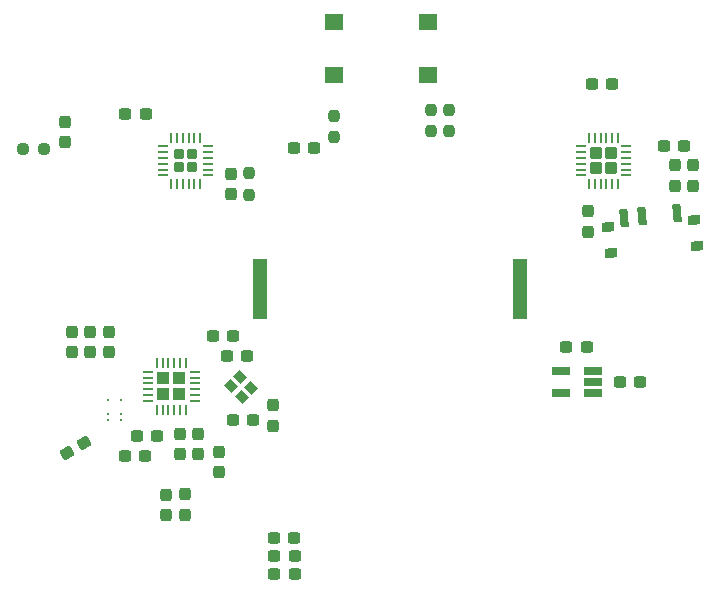
<source format=gbr>
%TF.GenerationSoftware,KiCad,Pcbnew,7.0.7*%
%TF.CreationDate,2023-12-19T22:40:54+02:00*%
%TF.ProjectId,snowflake,736e6f77-666c-4616-9b65-2e6b69636164,rev?*%
%TF.SameCoordinates,Original*%
%TF.FileFunction,Paste,Bot*%
%TF.FilePolarity,Positive*%
%FSLAX46Y46*%
G04 Gerber Fmt 4.6, Leading zero omitted, Abs format (unit mm)*
G04 Created by KiCad (PCBNEW 7.0.7) date 2023-12-19 22:40:54*
%MOMM*%
%LPD*%
G01*
G04 APERTURE LIST*
G04 Aperture macros list*
%AMRoundRect*
0 Rectangle with rounded corners*
0 $1 Rounding radius*
0 $2 $3 $4 $5 $6 $7 $8 $9 X,Y pos of 4 corners*
0 Add a 4 corners polygon primitive as box body*
4,1,4,$2,$3,$4,$5,$6,$7,$8,$9,$2,$3,0*
0 Add four circle primitives for the rounded corners*
1,1,$1+$1,$2,$3*
1,1,$1+$1,$4,$5*
1,1,$1+$1,$6,$7*
1,1,$1+$1,$8,$9*
0 Add four rect primitives between the rounded corners*
20,1,$1+$1,$2,$3,$4,$5,0*
20,1,$1+$1,$4,$5,$6,$7,0*
20,1,$1+$1,$6,$7,$8,$9,0*
20,1,$1+$1,$8,$9,$2,$3,0*%
%AMRotRect*
0 Rectangle, with rotation*
0 The origin of the aperture is its center*
0 $1 length*
0 $2 width*
0 $3 Rotation angle, in degrees counterclockwise*
0 Add horizontal line*
21,1,$1,$2,0,0,$3*%
G04 Aperture macros list end*
%ADD10RoundRect,0.212500X0.212500X0.212500X-0.212500X0.212500X-0.212500X-0.212500X0.212500X-0.212500X0*%
%ADD11RoundRect,0.062500X0.375000X0.062500X-0.375000X0.062500X-0.375000X-0.062500X0.375000X-0.062500X0*%
%ADD12RoundRect,0.062500X0.062500X0.375000X-0.062500X0.375000X-0.062500X-0.375000X0.062500X-0.375000X0*%
%ADD13RoundRect,0.237500X0.237500X-0.300000X0.237500X0.300000X-0.237500X0.300000X-0.237500X-0.300000X0*%
%ADD14RoundRect,0.237500X-0.237500X0.300000X-0.237500X-0.300000X0.237500X-0.300000X0.237500X0.300000X0*%
%ADD15RoundRect,0.237500X-0.237500X0.250000X-0.237500X-0.250000X0.237500X-0.250000X0.237500X0.250000X0*%
%ADD16RoundRect,0.237500X0.300000X0.237500X-0.300000X0.237500X-0.300000X-0.237500X0.300000X-0.237500X0*%
%ADD17RoundRect,0.250000X0.295000X0.295000X-0.295000X0.295000X-0.295000X-0.295000X0.295000X-0.295000X0*%
%ADD18RoundRect,0.062500X0.350000X0.062500X-0.350000X0.062500X-0.350000X-0.062500X0.350000X-0.062500X0*%
%ADD19RoundRect,0.062500X0.062500X0.350000X-0.062500X0.350000X-0.062500X-0.350000X0.062500X-0.350000X0*%
%ADD20R,1.270000X5.080000*%
%ADD21RoundRect,0.237500X-0.300000X-0.237500X0.300000X-0.237500X0.300000X0.237500X-0.300000X0.237500X0*%
%ADD22RoundRect,0.250000X0.275000X-0.275000X0.275000X0.275000X-0.275000X0.275000X-0.275000X-0.275000X0*%
%ADD23RoundRect,0.062500X0.062500X-0.375000X0.062500X0.375000X-0.062500X0.375000X-0.062500X-0.375000X0*%
%ADD24RoundRect,0.062500X0.375000X-0.062500X0.375000X0.062500X-0.375000X0.062500X-0.375000X-0.062500X0*%
%ADD25R,1.600000X1.400000*%
%ADD26RoundRect,0.237500X0.237500X-0.250000X0.237500X0.250000X-0.237500X0.250000X-0.237500X-0.250000X0*%
%ADD27RotRect,0.900000X0.800000X315.000000*%
%ADD28RoundRect,0.237500X0.237500X-0.287500X0.237500X0.287500X-0.237500X0.287500X-0.237500X-0.287500X0*%
%ADD29C,0.255000*%
%ADD30RoundRect,0.237500X0.141058X0.355681X-0.378558X0.055681X-0.141058X-0.355681X0.378558X-0.055681X0*%
%ADD31RoundRect,0.237500X-0.250000X-0.237500X0.250000X-0.237500X0.250000X0.237500X-0.250000X0.237500X0*%
%ADD32R,1.560000X0.650000*%
%ADD33RotRect,1.000000X0.800000X185.000000*%
%ADD34RotRect,0.700000X1.500000X185.000000*%
G04 APERTURE END LIST*
D10*
%TO.C,U2*%
X119825600Y-83344000D03*
X119825600Y-82294000D03*
X120875600Y-82294000D03*
X120875600Y-83344000D03*
D11*
X122288100Y-81569000D03*
X122288100Y-82069000D03*
X122288100Y-82569000D03*
X122288100Y-83069000D03*
X122288100Y-83569000D03*
X122288100Y-84069000D03*
D12*
X121600600Y-84756500D03*
X121100600Y-84756500D03*
X120600600Y-84756500D03*
X120100600Y-84756500D03*
X119600600Y-84756500D03*
X119100600Y-84756500D03*
D11*
X118413100Y-84069000D03*
X118413100Y-83569000D03*
X118413100Y-83069000D03*
X118413100Y-82569000D03*
X118413100Y-82069000D03*
X118413100Y-81569000D03*
D12*
X119100600Y-80881500D03*
X119600600Y-80881500D03*
X120100600Y-80881500D03*
X120600600Y-80881500D03*
X121100600Y-80881500D03*
X121600600Y-80881500D03*
%TD*%
D13*
%TO.C,C5*%
X163322000Y-84936500D03*
X163322000Y-83211500D03*
%TD*%
D14*
%TO.C,C11*%
X119913400Y-105918000D03*
X119913400Y-107643000D03*
%TD*%
D15*
%TO.C,R2*%
X142671800Y-78487900D03*
X142671800Y-80312900D03*
%TD*%
D13*
%TO.C,C21*%
X113842800Y-99034600D03*
X113842800Y-97309600D03*
%TD*%
D16*
%TO.C,C1*%
X158825100Y-101549200D03*
X157100100Y-101549200D03*
%TD*%
D17*
%TO.C,U1*%
X119826400Y-102605200D03*
X119826400Y-101255200D03*
X118476400Y-102605200D03*
X118476400Y-101255200D03*
D18*
X121113900Y-100680200D03*
X121113900Y-101180200D03*
X121113900Y-101680200D03*
X121113900Y-102180200D03*
X121113900Y-102680200D03*
X121113900Y-103180200D03*
D19*
X120401400Y-103892700D03*
X119901400Y-103892700D03*
X119401400Y-103892700D03*
X118901400Y-103892700D03*
X118401400Y-103892700D03*
X117901400Y-103892700D03*
D18*
X117188900Y-103180200D03*
X117188900Y-102680200D03*
X117188900Y-102180200D03*
X117188900Y-101680200D03*
X117188900Y-101180200D03*
X117188900Y-100680200D03*
D19*
X117901400Y-99967700D03*
X118401400Y-99967700D03*
X118901400Y-99967700D03*
X119401400Y-99967700D03*
X119901400Y-99967700D03*
X120401400Y-99967700D03*
%TD*%
D20*
%TO.C,BT1*%
X148639800Y-93675200D03*
X126669800Y-93675200D03*
%TD*%
D21*
%TO.C,C13*%
X122632300Y-97688400D03*
X124357300Y-97688400D03*
%TD*%
D14*
%TO.C,C6*%
X161798000Y-83212600D03*
X161798000Y-84937600D03*
%TD*%
D21*
%TO.C,C7*%
X160859300Y-81610200D03*
X162584300Y-81610200D03*
%TD*%
D22*
%TO.C,U5*%
X155087800Y-83469000D03*
X156387800Y-83469000D03*
X155087800Y-82169000D03*
X156387800Y-82169000D03*
D23*
X156987800Y-84756500D03*
X156487800Y-84756500D03*
X155987800Y-84756500D03*
X155487800Y-84756500D03*
X154987800Y-84756500D03*
X154487800Y-84756500D03*
D24*
X153800300Y-84069000D03*
X153800300Y-83569000D03*
X153800300Y-83069000D03*
X153800300Y-82569000D03*
X153800300Y-82069000D03*
X153800300Y-81569000D03*
D23*
X154487800Y-80881500D03*
X154987800Y-80881500D03*
X155487800Y-80881500D03*
X155987800Y-80881500D03*
X156487800Y-80881500D03*
X156987800Y-80881500D03*
D24*
X157675300Y-81569000D03*
X157675300Y-82069000D03*
X157675300Y-82569000D03*
X157675300Y-83069000D03*
X157675300Y-83569000D03*
X157675300Y-84069000D03*
%TD*%
D21*
%TO.C,C26*%
X127864700Y-116306600D03*
X129589700Y-116306600D03*
%TD*%
%TO.C,C20*%
X129515700Y-81737200D03*
X131240700Y-81737200D03*
%TD*%
D14*
%TO.C,C3*%
X154381200Y-87098800D03*
X154381200Y-88823800D03*
%TD*%
D25*
%TO.C,SW2*%
X140906000Y-71054400D03*
X132906000Y-71054400D03*
X140906000Y-75554400D03*
X132906000Y-75554400D03*
%TD*%
D26*
%TO.C,R5*%
X132892800Y-80844400D03*
X132892800Y-79019400D03*
%TD*%
D14*
%TO.C,C18*%
X124206000Y-83948100D03*
X124206000Y-85673100D03*
%TD*%
D13*
%TO.C,C17*%
X110109000Y-81253500D03*
X110109000Y-79528500D03*
%TD*%
D27*
%TO.C,Y1*%
X124938134Y-101097117D03*
X125928083Y-102087066D03*
X125150266Y-102864883D03*
X124160317Y-101874934D03*
%TD*%
D16*
%TO.C,C14*%
X117957600Y-106121200D03*
X116232600Y-106121200D03*
%TD*%
%TO.C,C12*%
X116915100Y-107797600D03*
X115190100Y-107797600D03*
%TD*%
D21*
%TO.C,C16*%
X124358400Y-104775000D03*
X126083400Y-104775000D03*
%TD*%
D14*
%TO.C,C10*%
X121437400Y-105919100D03*
X121437400Y-107644100D03*
%TD*%
D15*
%TO.C,R3*%
X141122400Y-78487900D03*
X141122400Y-80312900D03*
%TD*%
D14*
%TO.C,C8*%
X118719600Y-111101800D03*
X118719600Y-112826800D03*
%TD*%
D13*
%TO.C,C22*%
X112293400Y-99034600D03*
X112293400Y-97309600D03*
%TD*%
D21*
%TO.C,C2*%
X152578900Y-98602800D03*
X154303900Y-98602800D03*
%TD*%
%TO.C,C15*%
X123851500Y-99339400D03*
X125576500Y-99339400D03*
%TD*%
%TO.C,C25*%
X127865800Y-117830600D03*
X129590800Y-117830600D03*
%TD*%
D28*
%TO.C,L1*%
X127711200Y-105294400D03*
X127711200Y-103544400D03*
%TD*%
D21*
%TO.C,C4*%
X154737900Y-76327000D03*
X156462900Y-76327000D03*
%TD*%
D16*
%TO.C,C19*%
X116965900Y-78867000D03*
X115240900Y-78867000D03*
%TD*%
D14*
%TO.C,C9*%
X123139200Y-107468500D03*
X123139200Y-109193500D03*
%TD*%
D29*
%TO.C,U3*%
X113824200Y-103057000D03*
X113824200Y-104267000D03*
X113824200Y-104767000D03*
X114884200Y-103057000D03*
X114884200Y-104267000D03*
X114884200Y-104767000D03*
%TD*%
D15*
%TO.C,R4*%
X125679200Y-83898100D03*
X125679200Y-85723100D03*
%TD*%
D21*
%TO.C,C24*%
X127841500Y-114757200D03*
X129566500Y-114757200D03*
%TD*%
D28*
%TO.C,L2*%
X120294400Y-112812800D03*
X120294400Y-111062800D03*
%TD*%
D30*
%TO.C,C27*%
X111770347Y-106731350D03*
X110276453Y-107593850D03*
%TD*%
D31*
%TO.C,R1*%
X106580300Y-81838800D03*
X108405300Y-81838800D03*
%TD*%
D32*
%TO.C,U4*%
X154842200Y-100599200D03*
X154842200Y-101549200D03*
X154842200Y-102499200D03*
X152142200Y-102499200D03*
X152142200Y-100599200D03*
%TD*%
D13*
%TO.C,C23*%
X110769400Y-99034600D03*
X110769400Y-97309600D03*
%TD*%
D33*
%TO.C,SW1*%
X163620674Y-90004162D03*
X163428060Y-87802572D03*
X156348453Y-90640399D03*
X156155839Y-88438809D03*
D34*
X161976736Y-87277063D03*
X158988152Y-87538530D03*
X157493860Y-87669264D03*
%TD*%
M02*

</source>
